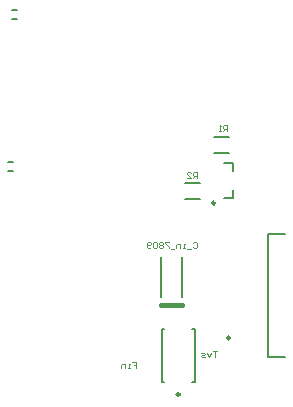
<source format=gbo>
G04*
G04 #@! TF.GenerationSoftware,Altium Limited,Altium Designer,21.1.1 (26)*
G04*
G04 Layer_Color=32896*
%FSLAX42Y42*%
%MOMM*%
G71*
G04*
G04 #@! TF.SameCoordinates,92C87620-ECAA-41DB-B671-3A6BB777ED9A*
G04*
G04*
G04 #@! TF.FilePolarity,Positive*
G04*
G01*
G75*
%ADD10C,0.25*%
%ADD11C,0.20*%
%ADD14C,0.10*%
%ADD78C,0.40*%
D10*
X4222Y3283D02*
G03*
X4222Y3283I-12J0D01*
G01*
X4647Y3761D02*
G03*
X4647Y3761I-12J0D01*
G01*
X4523Y4903D02*
G03*
X4523Y4903I-12J0D01*
G01*
D11*
X4070Y3835D02*
X4092D01*
X4070Y3385D02*
X4092D01*
X4328Y3835D02*
X4350D01*
X4328Y3385D02*
X4350D01*
X4070D02*
Y3835D01*
X4350Y3385D02*
Y3835D01*
X4970Y3600D02*
X5115D01*
X4970Y4640D02*
X5115D01*
X4970Y3600D02*
Y4640D01*
X4594Y4947D02*
X4676D01*
Y5013D01*
X4594Y5239D02*
X4676D01*
Y5173D02*
Y5239D01*
X4263Y4938D02*
X4391D01*
X4263Y5072D02*
X4391D01*
X4514Y5328D02*
X4641D01*
X4514Y5462D02*
X4641D01*
X4240Y4108D02*
Y4447D01*
X4060Y4108D02*
Y4447D01*
X2770Y5247D02*
X2810D01*
X2770Y5178D02*
X2810D01*
X2805Y6535D02*
X2845D01*
X2805Y6465D02*
X2845D01*
D14*
X4366Y5118D02*
Y5167D01*
X4341D01*
X4333Y5159D01*
Y5142D01*
X4341Y5134D01*
X4366D01*
X4350D02*
X4333Y5118D01*
X4283D02*
X4316D01*
X4283Y5151D01*
Y5159D01*
X4291Y5167D01*
X4308D01*
X4316Y5159D01*
X4621Y5513D02*
Y5562D01*
X4596D01*
X4588Y5554D01*
Y5538D01*
X4596Y5529D01*
X4621D01*
X4604D02*
X4588Y5513D01*
X4571D02*
X4554D01*
X4563D01*
Y5562D01*
X4571Y5554D01*
X4337Y4566D02*
X4345Y4574D01*
X4362D01*
X4370Y4566D01*
Y4533D01*
X4362Y4524D01*
X4345D01*
X4337Y4533D01*
X4320Y4516D02*
X4287D01*
X4270Y4524D02*
X4253D01*
X4262D01*
Y4557D01*
X4270D01*
X4228Y4524D02*
Y4557D01*
X4203D01*
X4195Y4549D01*
Y4524D01*
X4178Y4516D02*
X4145D01*
X4128Y4574D02*
X4095D01*
Y4566D01*
X4128Y4533D01*
Y4524D01*
X4078Y4566D02*
X4070Y4574D01*
X4053D01*
X4045Y4566D01*
Y4557D01*
X4053Y4549D01*
X4045Y4541D01*
Y4533D01*
X4053Y4524D01*
X4070D01*
X4078Y4533D01*
Y4541D01*
X4070Y4549D01*
X4078Y4557D01*
Y4566D01*
X4070Y4549D02*
X4053D01*
X4028Y4566D02*
X4020Y4574D01*
X4003D01*
X3995Y4566D01*
Y4533D01*
X4003Y4524D01*
X4020D01*
X4028Y4533D01*
Y4566D01*
X3978Y4533D02*
X3970Y4524D01*
X3953D01*
X3945Y4533D01*
Y4566D01*
X3953Y4574D01*
X3970D01*
X3978Y4566D01*
Y4557D01*
X3970Y4549D01*
X3945D01*
X4534Y3647D02*
X4501D01*
X4517D01*
Y3598D01*
X4484Y3631D02*
X4467Y3598D01*
X4451Y3631D01*
X4434Y3598D02*
X4409D01*
X4401Y3606D01*
X4409Y3614D01*
X4426D01*
X4434Y3622D01*
X4426Y3631D01*
X4401D01*
X3817Y3555D02*
X3850D01*
Y3530D01*
X3833D01*
X3850D01*
Y3505D01*
X3800D02*
X3783D01*
X3792D01*
Y3538D01*
X3800D01*
X3758Y3505D02*
Y3538D01*
X3733D01*
X3725Y3530D01*
Y3505D01*
D78*
X4060Y4040D02*
X4240D01*
M02*

</source>
